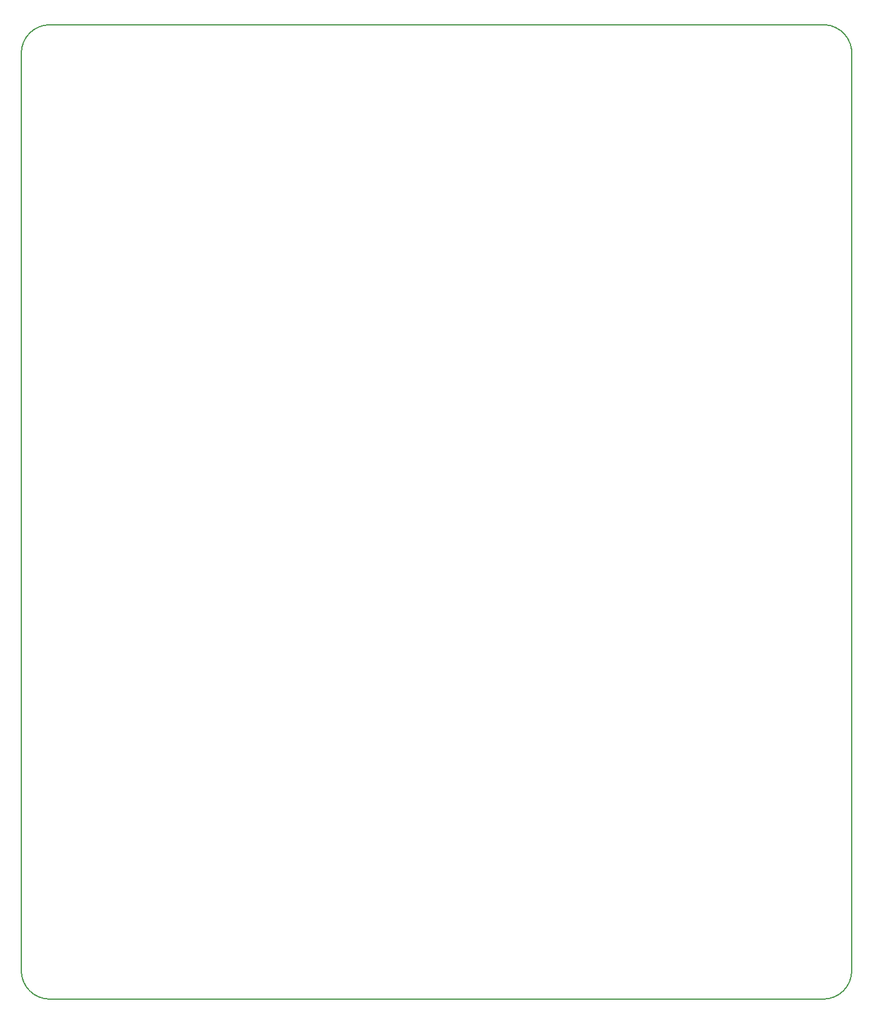
<source format=gbr>
G04 #@! TF.FileFunction,Profile,NP*
%FSLAX46Y46*%
G04 Gerber Fmt 4.6, Leading zero omitted, Abs format (unit mm)*
G04 Created by KiCad (PCBNEW 4.0.2+dfsg1-stable) date Sex 14 Jul 2017 10:57:47 BRT*
%MOMM*%
G01*
G04 APERTURE LIST*
%ADD10C,0.100000*%
%ADD11C,0.150000*%
G04 APERTURE END LIST*
D10*
D11*
X9144000Y144526000D02*
G75*
G03X5080000Y140462000I0J-4064000D01*
G01*
X123952000Y140208000D02*
G75*
G03X120142000Y144526000I-4064000J254000D01*
G01*
X119888000Y5080000D02*
G75*
G03X123952000Y9144000I0J4064000D01*
G01*
X5080000Y9144000D02*
G75*
G03X9144000Y5080000I4064000J0D01*
G01*
X5080000Y140462000D02*
X5080000Y9144000D01*
X120142000Y144526000D02*
X9144000Y144526000D01*
X123952000Y9144000D02*
X123952000Y140462000D01*
X9144000Y5080000D02*
X119888000Y5080000D01*
M02*

</source>
